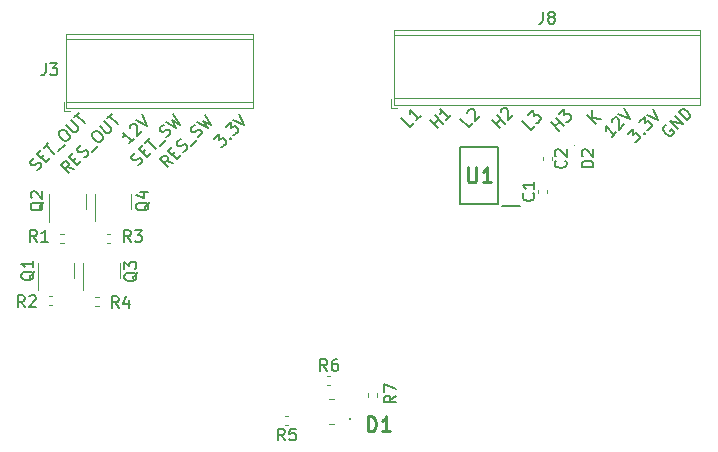
<source format=gbr>
%TF.GenerationSoftware,KiCad,Pcbnew,(6.0.11)*%
%TF.CreationDate,2023-04-23T10:13:21-07:00*%
%TF.ProjectId,Ocelothat,4f63656c-6f74-4686-9174-2e6b69636164,rev?*%
%TF.SameCoordinates,Original*%
%TF.FileFunction,Legend,Top*%
%TF.FilePolarity,Positive*%
%FSLAX46Y46*%
G04 Gerber Fmt 4.6, Leading zero omitted, Abs format (unit mm)*
G04 Created by KiCad (PCBNEW (6.0.11)) date 2023-04-23 10:13:21*
%MOMM*%
%LPD*%
G01*
G04 APERTURE LIST*
%ADD10C,0.150000*%
%ADD11C,0.254000*%
%ADD12C,0.100000*%
%ADD13C,0.120000*%
%ADD14C,0.200000*%
G04 APERTURE END LIST*
D10*
X176821133Y-83898629D02*
X176114026Y-83191522D01*
X176450744Y-83528240D02*
X176854805Y-83124179D01*
X177225194Y-83494568D02*
X176518087Y-82787461D01*
X176787461Y-82518087D02*
X177225194Y-82080355D01*
X177258866Y-82585431D01*
X177359881Y-82484416D01*
X177460896Y-82450744D01*
X177528240Y-82450744D01*
X177629255Y-82484416D01*
X177797614Y-82652774D01*
X177831286Y-82753790D01*
X177831286Y-82821133D01*
X177797614Y-82922148D01*
X177595583Y-83124179D01*
X177494568Y-83157851D01*
X177427225Y-83157851D01*
X171821133Y-83698629D02*
X171114026Y-82991522D01*
X171450744Y-83328240D02*
X171854805Y-82924179D01*
X172225194Y-83294568D02*
X171518087Y-82587461D01*
X171888477Y-82351759D02*
X171888477Y-82284416D01*
X171922148Y-82183400D01*
X172090507Y-82015042D01*
X172191522Y-81981370D01*
X172258866Y-81981370D01*
X172359881Y-82015042D01*
X172427225Y-82082385D01*
X172494568Y-82217072D01*
X172494568Y-83025194D01*
X172932301Y-82587461D01*
X182608950Y-84196599D02*
X183046683Y-83758866D01*
X183080355Y-84263942D01*
X183181370Y-84162927D01*
X183282385Y-84129255D01*
X183349729Y-84129255D01*
X183450744Y-84162927D01*
X183619103Y-84331286D01*
X183652774Y-84432301D01*
X183652774Y-84499644D01*
X183619103Y-84600660D01*
X183417072Y-84802690D01*
X183316057Y-84836362D01*
X183248713Y-84836362D01*
X183989492Y-84095583D02*
X184056835Y-84095583D01*
X184056835Y-84162927D01*
X183989492Y-84162927D01*
X183989492Y-84095583D01*
X184056835Y-84162927D01*
X183619103Y-83186446D02*
X184056835Y-82748713D01*
X184090507Y-83253790D01*
X184191522Y-83152774D01*
X184292538Y-83119103D01*
X184359881Y-83119103D01*
X184460896Y-83152774D01*
X184629255Y-83321133D01*
X184662927Y-83422148D01*
X184662927Y-83489492D01*
X184629255Y-83590507D01*
X184427225Y-83792538D01*
X184326209Y-83826209D01*
X184258866Y-83826209D01*
X184258866Y-82546683D02*
X185201675Y-83018087D01*
X184730270Y-82075278D01*
X140822148Y-84572614D02*
X140418087Y-84976675D01*
X140620118Y-84774644D02*
X139913011Y-84067538D01*
X139946683Y-84235896D01*
X139946683Y-84370583D01*
X139913011Y-84471599D01*
X140451759Y-83663477D02*
X140451759Y-83596133D01*
X140485431Y-83495118D01*
X140653790Y-83326759D01*
X140754805Y-83293087D01*
X140822148Y-83293087D01*
X140923164Y-83326759D01*
X140990507Y-83394103D01*
X141057851Y-83528790D01*
X141057851Y-84336912D01*
X141495583Y-83899179D01*
X140990507Y-82990042D02*
X141933316Y-83461446D01*
X141461912Y-82518637D01*
X147583950Y-84621599D02*
X148021683Y-84183866D01*
X148055355Y-84688942D01*
X148156370Y-84587927D01*
X148257385Y-84554255D01*
X148324729Y-84554255D01*
X148425744Y-84587927D01*
X148594103Y-84756286D01*
X148627774Y-84857301D01*
X148627774Y-84924644D01*
X148594103Y-85025660D01*
X148392072Y-85227690D01*
X148291057Y-85261362D01*
X148223713Y-85261362D01*
X148964492Y-84520583D02*
X149031835Y-84520583D01*
X149031835Y-84587927D01*
X148964492Y-84587927D01*
X148964492Y-84520583D01*
X149031835Y-84587927D01*
X148594103Y-83611446D02*
X149031835Y-83173713D01*
X149065507Y-83678790D01*
X149166522Y-83577774D01*
X149267538Y-83544103D01*
X149334881Y-83544103D01*
X149435896Y-83577774D01*
X149604255Y-83746133D01*
X149637927Y-83847148D01*
X149637927Y-83914492D01*
X149604255Y-84015507D01*
X149402225Y-84217538D01*
X149301209Y-84251209D01*
X149233866Y-84251209D01*
X149233866Y-82971683D02*
X150176675Y-83443087D01*
X149705270Y-82500278D01*
X185897698Y-83425194D02*
X185796683Y-83458866D01*
X185695668Y-83559881D01*
X185628324Y-83694568D01*
X185628324Y-83829255D01*
X185661996Y-83930270D01*
X185763011Y-84098629D01*
X185864026Y-84199644D01*
X186032385Y-84300660D01*
X186133400Y-84334331D01*
X186268087Y-84334331D01*
X186402774Y-84266988D01*
X186470118Y-84199644D01*
X186537461Y-84064957D01*
X186537461Y-83997614D01*
X186301759Y-83761912D01*
X186167072Y-83896599D01*
X186907851Y-83761912D02*
X186200744Y-83054805D01*
X187311912Y-83357851D01*
X186604805Y-82650744D01*
X187648629Y-83021133D02*
X186941522Y-82314026D01*
X187109881Y-82145668D01*
X187244568Y-82078324D01*
X187379255Y-82078324D01*
X187480270Y-82111996D01*
X187648629Y-82213011D01*
X187749644Y-82314026D01*
X187850660Y-82482385D01*
X187884331Y-82583400D01*
X187884331Y-82718087D01*
X187816988Y-82852774D01*
X187648629Y-83021133D01*
X144136996Y-86607766D02*
X143564576Y-86506751D01*
X143732935Y-87011827D02*
X143025828Y-86304721D01*
X143295202Y-86035347D01*
X143396217Y-86001675D01*
X143463561Y-86001675D01*
X143564576Y-86035347D01*
X143665591Y-86136362D01*
X143699263Y-86237377D01*
X143699263Y-86304721D01*
X143665591Y-86405736D01*
X143396217Y-86675110D01*
X144069652Y-85934331D02*
X144305355Y-85698629D01*
X144776759Y-85968003D02*
X144440042Y-86304721D01*
X143732935Y-85597614D01*
X144069652Y-85260896D01*
X145012461Y-85664957D02*
X145147148Y-85597614D01*
X145315507Y-85429255D01*
X145349179Y-85328240D01*
X145349179Y-85260896D01*
X145315507Y-85159881D01*
X145248164Y-85092538D01*
X145147148Y-85058866D01*
X145079805Y-85058866D01*
X144978790Y-85092538D01*
X144810431Y-85193553D01*
X144709416Y-85227225D01*
X144642072Y-85227225D01*
X144541057Y-85193553D01*
X144473713Y-85126209D01*
X144440042Y-85025194D01*
X144440042Y-84957851D01*
X144473713Y-84856835D01*
X144642072Y-84688477D01*
X144776759Y-84621133D01*
X145652225Y-85227225D02*
X146190973Y-84688477D01*
X146224644Y-84452774D02*
X146359331Y-84385431D01*
X146527690Y-84217072D01*
X146561362Y-84116057D01*
X146561362Y-84048713D01*
X146527690Y-83947698D01*
X146460347Y-83880355D01*
X146359331Y-83846683D01*
X146291988Y-83846683D01*
X146190973Y-83880355D01*
X146022614Y-83981370D01*
X145921599Y-84015042D01*
X145854255Y-84015042D01*
X145753240Y-83981370D01*
X145685896Y-83914026D01*
X145652225Y-83813011D01*
X145652225Y-83745668D01*
X145685896Y-83644652D01*
X145854255Y-83476294D01*
X145988942Y-83408950D01*
X146190973Y-83139576D02*
X147066438Y-83678324D01*
X146696049Y-83038561D01*
X147335812Y-83408950D01*
X146797064Y-82533485D01*
X164492030Y-83227732D02*
X164155312Y-83564450D01*
X163448206Y-82857343D01*
X165098122Y-82621641D02*
X164694061Y-83025702D01*
X164896091Y-82823671D02*
X164188984Y-82116564D01*
X164222656Y-82284923D01*
X164222656Y-82419610D01*
X164188984Y-82520625D01*
X174742030Y-83477732D02*
X174405312Y-83814450D01*
X173698206Y-83107343D01*
X174203282Y-82602267D02*
X174641015Y-82164534D01*
X174674687Y-82669610D01*
X174775702Y-82568595D01*
X174876717Y-82534923D01*
X174944061Y-82534923D01*
X175045076Y-82568595D01*
X175213435Y-82736954D01*
X175247106Y-82837969D01*
X175247106Y-82905312D01*
X175213435Y-83006328D01*
X175011404Y-83208358D01*
X174910389Y-83242030D01*
X174843045Y-83242030D01*
X181672148Y-84047614D02*
X181268087Y-84451675D01*
X181470118Y-84249644D02*
X180763011Y-83542538D01*
X180796683Y-83710896D01*
X180796683Y-83845583D01*
X180763011Y-83946599D01*
X181301759Y-83138477D02*
X181301759Y-83071133D01*
X181335431Y-82970118D01*
X181503790Y-82801759D01*
X181604805Y-82768087D01*
X181672148Y-82768087D01*
X181773164Y-82801759D01*
X181840507Y-82869103D01*
X181907851Y-83003790D01*
X181907851Y-83811912D01*
X182345583Y-83374179D01*
X181840507Y-82465042D02*
X182783316Y-82936446D01*
X182311912Y-81993637D01*
X169492030Y-83277732D02*
X169155312Y-83614450D01*
X168448206Y-82907343D01*
X169054297Y-82435938D02*
X169054297Y-82368595D01*
X169087969Y-82267580D01*
X169256328Y-82099221D01*
X169357343Y-82065549D01*
X169424687Y-82065549D01*
X169525702Y-82099221D01*
X169593045Y-82166564D01*
X169660389Y-82301251D01*
X169660389Y-83109374D01*
X170098122Y-82671641D01*
X141174771Y-86827648D02*
X141309458Y-86760305D01*
X141477816Y-86591946D01*
X141511488Y-86490931D01*
X141511488Y-86423587D01*
X141477816Y-86322572D01*
X141410473Y-86255228D01*
X141309458Y-86221557D01*
X141242114Y-86221557D01*
X141141099Y-86255228D01*
X140972740Y-86356244D01*
X140871725Y-86389915D01*
X140804381Y-86389915D01*
X140703366Y-86356244D01*
X140636023Y-86288900D01*
X140602351Y-86187885D01*
X140602351Y-86120541D01*
X140636023Y-86019526D01*
X140804381Y-85851167D01*
X140939068Y-85783824D01*
X141545160Y-85783824D02*
X141780862Y-85548122D01*
X142252267Y-85817496D02*
X141915549Y-86154213D01*
X141208442Y-85447106D01*
X141545160Y-85110389D01*
X141747190Y-84908358D02*
X142151251Y-84504297D01*
X142656328Y-85413435D02*
X141949221Y-84706328D01*
X142993045Y-85211404D02*
X143531793Y-84672656D01*
X143565465Y-84436954D02*
X143700152Y-84369610D01*
X143868511Y-84201251D01*
X143902183Y-84100236D01*
X143902183Y-84032893D01*
X143868511Y-83931877D01*
X143801167Y-83864534D01*
X143700152Y-83830862D01*
X143632809Y-83830862D01*
X143531793Y-83864534D01*
X143363435Y-83965549D01*
X143262419Y-83999221D01*
X143195076Y-83999221D01*
X143094061Y-83965549D01*
X143026717Y-83898206D01*
X142993045Y-83797190D01*
X142993045Y-83729847D01*
X143026717Y-83628832D01*
X143195076Y-83460473D01*
X143329763Y-83393129D01*
X143531793Y-83123755D02*
X144407259Y-83662503D01*
X144036870Y-83022740D01*
X144676633Y-83393129D01*
X144137885Y-82517664D01*
X132605397Y-87247022D02*
X132740084Y-87179679D01*
X132908442Y-87011320D01*
X132942114Y-86910305D01*
X132942114Y-86842961D01*
X132908442Y-86741946D01*
X132841099Y-86674602D01*
X132740084Y-86640931D01*
X132672740Y-86640931D01*
X132571725Y-86674602D01*
X132403366Y-86775618D01*
X132302351Y-86809289D01*
X132235007Y-86809289D01*
X132133992Y-86775618D01*
X132066649Y-86708274D01*
X132032977Y-86607259D01*
X132032977Y-86539915D01*
X132066649Y-86438900D01*
X132235007Y-86270541D01*
X132369694Y-86203198D01*
X132975786Y-86203198D02*
X133211488Y-85967496D01*
X133682893Y-86236870D02*
X133346175Y-86573587D01*
X132639068Y-85866480D01*
X132975786Y-85529763D01*
X133177816Y-85327732D02*
X133581877Y-84923671D01*
X134086954Y-85832809D02*
X133379847Y-85125702D01*
X134423671Y-85630778D02*
X134962419Y-85092030D01*
X134491015Y-84014534D02*
X134625702Y-83879847D01*
X134726717Y-83846175D01*
X134861404Y-83846175D01*
X135029763Y-83947190D01*
X135265465Y-84182893D01*
X135366480Y-84351251D01*
X135366480Y-84485938D01*
X135332809Y-84586954D01*
X135198122Y-84721641D01*
X135097106Y-84755312D01*
X134962419Y-84755312D01*
X134794061Y-84654297D01*
X134558358Y-84418595D01*
X134457343Y-84250236D01*
X134457343Y-84115549D01*
X134491015Y-84014534D01*
X135097106Y-83408442D02*
X135669526Y-83980862D01*
X135770541Y-84014534D01*
X135837885Y-84014534D01*
X135938900Y-83980862D01*
X136073587Y-83846175D01*
X136107259Y-83745160D01*
X136107259Y-83677816D01*
X136073587Y-83576801D01*
X135501167Y-83004381D01*
X135736870Y-82768679D02*
X136140931Y-82364618D01*
X136646007Y-83273755D02*
X135938900Y-82566649D01*
X135717622Y-87102140D02*
X135145202Y-87001125D01*
X135313561Y-87506201D02*
X134606454Y-86799095D01*
X134875828Y-86529721D01*
X134976843Y-86496049D01*
X135044187Y-86496049D01*
X135145202Y-86529721D01*
X135246217Y-86630736D01*
X135279889Y-86731751D01*
X135279889Y-86799095D01*
X135246217Y-86900110D01*
X134976843Y-87169484D01*
X135650278Y-86428705D02*
X135885981Y-86193003D01*
X136357385Y-86462377D02*
X136020668Y-86799095D01*
X135313561Y-86091988D01*
X135650278Y-85755270D01*
X136593087Y-86159331D02*
X136727774Y-86091988D01*
X136896133Y-85923629D01*
X136929805Y-85822614D01*
X136929805Y-85755270D01*
X136896133Y-85654255D01*
X136828790Y-85586912D01*
X136727774Y-85553240D01*
X136660431Y-85553240D01*
X136559416Y-85586912D01*
X136391057Y-85687927D01*
X136290042Y-85721599D01*
X136222698Y-85721599D01*
X136121683Y-85687927D01*
X136054339Y-85620583D01*
X136020668Y-85519568D01*
X136020668Y-85452225D01*
X136054339Y-85351209D01*
X136222698Y-85182851D01*
X136357385Y-85115507D01*
X137232851Y-85721599D02*
X137771599Y-85182851D01*
X137300194Y-84105355D02*
X137434881Y-83970668D01*
X137535896Y-83936996D01*
X137670583Y-83936996D01*
X137838942Y-84038011D01*
X138074644Y-84273713D01*
X138175660Y-84442072D01*
X138175660Y-84576759D01*
X138141988Y-84677774D01*
X138007301Y-84812461D01*
X137906286Y-84846133D01*
X137771599Y-84846133D01*
X137603240Y-84745118D01*
X137367538Y-84509416D01*
X137266522Y-84341057D01*
X137266522Y-84206370D01*
X137300194Y-84105355D01*
X137906286Y-83499263D02*
X138478705Y-84071683D01*
X138579721Y-84105355D01*
X138647064Y-84105355D01*
X138748079Y-84071683D01*
X138882766Y-83936996D01*
X138916438Y-83835981D01*
X138916438Y-83768637D01*
X138882766Y-83667622D01*
X138310347Y-83095202D01*
X138546049Y-82859500D02*
X138950110Y-82455439D01*
X139455186Y-83364576D02*
X138748079Y-82657469D01*
X179924687Y-83295076D02*
X179217580Y-82587969D01*
X180328748Y-82891015D02*
X179621641Y-82790000D01*
X179621641Y-82183908D02*
X179621641Y-82992030D01*
X166571133Y-83698629D02*
X165864026Y-82991522D01*
X166200744Y-83328240D02*
X166604805Y-82924179D01*
X166975194Y-83294568D02*
X166268087Y-82587461D01*
X167682301Y-82587461D02*
X167278240Y-82991522D01*
X167480270Y-82789492D02*
X166773164Y-82082385D01*
X166806835Y-82250744D01*
X166806835Y-82385431D01*
X166773164Y-82486446D01*
D11*
%TO.C,D1*%
X160602619Y-109364523D02*
X160602619Y-108094523D01*
X160905000Y-108094523D01*
X161086428Y-108155000D01*
X161207380Y-108275952D01*
X161267857Y-108396904D01*
X161328333Y-108638809D01*
X161328333Y-108820238D01*
X161267857Y-109062142D01*
X161207380Y-109183095D01*
X161086428Y-109304047D01*
X160905000Y-109364523D01*
X160602619Y-109364523D01*
X162537857Y-109364523D02*
X161812142Y-109364523D01*
X162175000Y-109364523D02*
X162175000Y-108094523D01*
X162054047Y-108275952D01*
X161933095Y-108396904D01*
X161812142Y-108457380D01*
D10*
%TO.C,Q2*%
X133162619Y-89935238D02*
X133115000Y-90030476D01*
X133019761Y-90125714D01*
X132876904Y-90268571D01*
X132829285Y-90363809D01*
X132829285Y-90459047D01*
X133067380Y-90411428D02*
X133019761Y-90506666D01*
X132924523Y-90601904D01*
X132734047Y-90649523D01*
X132400714Y-90649523D01*
X132210238Y-90601904D01*
X132115000Y-90506666D01*
X132067380Y-90411428D01*
X132067380Y-90220952D01*
X132115000Y-90125714D01*
X132210238Y-90030476D01*
X132400714Y-89982857D01*
X132734047Y-89982857D01*
X132924523Y-90030476D01*
X133019761Y-90125714D01*
X133067380Y-90220952D01*
X133067380Y-90411428D01*
X132162619Y-89601904D02*
X132115000Y-89554285D01*
X132067380Y-89459047D01*
X132067380Y-89220952D01*
X132115000Y-89125714D01*
X132162619Y-89078095D01*
X132257857Y-89030476D01*
X132353095Y-89030476D01*
X132495952Y-89078095D01*
X133067380Y-89649523D01*
X133067380Y-89030476D01*
%TO.C,Q3*%
X141112619Y-95885238D02*
X141065000Y-95980476D01*
X140969761Y-96075714D01*
X140826904Y-96218571D01*
X140779285Y-96313809D01*
X140779285Y-96409047D01*
X141017380Y-96361428D02*
X140969761Y-96456666D01*
X140874523Y-96551904D01*
X140684047Y-96599523D01*
X140350714Y-96599523D01*
X140160238Y-96551904D01*
X140065000Y-96456666D01*
X140017380Y-96361428D01*
X140017380Y-96170952D01*
X140065000Y-96075714D01*
X140160238Y-95980476D01*
X140350714Y-95932857D01*
X140684047Y-95932857D01*
X140874523Y-95980476D01*
X140969761Y-96075714D01*
X141017380Y-96170952D01*
X141017380Y-96361428D01*
X140017380Y-95599523D02*
X140017380Y-94980476D01*
X140398333Y-95313809D01*
X140398333Y-95170952D01*
X140445952Y-95075714D01*
X140493571Y-95028095D01*
X140588809Y-94980476D01*
X140826904Y-94980476D01*
X140922142Y-95028095D01*
X140969761Y-95075714D01*
X141017380Y-95170952D01*
X141017380Y-95456666D01*
X140969761Y-95551904D01*
X140922142Y-95599523D01*
%TO.C,R1*%
X132598333Y-93317380D02*
X132265000Y-92841190D01*
X132026904Y-93317380D02*
X132026904Y-92317380D01*
X132407857Y-92317380D01*
X132503095Y-92365000D01*
X132550714Y-92412619D01*
X132598333Y-92507857D01*
X132598333Y-92650714D01*
X132550714Y-92745952D01*
X132503095Y-92793571D01*
X132407857Y-92841190D01*
X132026904Y-92841190D01*
X133550714Y-93317380D02*
X132979285Y-93317380D01*
X133265000Y-93317380D02*
X133265000Y-92317380D01*
X133169761Y-92460238D01*
X133074523Y-92555476D01*
X132979285Y-92603095D01*
D11*
%TO.C,U1*%
X169072380Y-86994523D02*
X169072380Y-88022619D01*
X169132857Y-88143571D01*
X169193333Y-88204047D01*
X169314285Y-88264523D01*
X169556190Y-88264523D01*
X169677142Y-88204047D01*
X169737619Y-88143571D01*
X169798095Y-88022619D01*
X169798095Y-86994523D01*
X171068095Y-88264523D02*
X170342380Y-88264523D01*
X170705238Y-88264523D02*
X170705238Y-86994523D01*
X170584285Y-87175952D01*
X170463333Y-87296904D01*
X170342380Y-87357380D01*
D10*
%TO.C,D2*%
X179712380Y-87003095D02*
X178712380Y-87003095D01*
X178712380Y-86765000D01*
X178760000Y-86622142D01*
X178855238Y-86526904D01*
X178950476Y-86479285D01*
X179140952Y-86431666D01*
X179283809Y-86431666D01*
X179474285Y-86479285D01*
X179569523Y-86526904D01*
X179664761Y-86622142D01*
X179712380Y-86765000D01*
X179712380Y-87003095D01*
X178807619Y-86050714D02*
X178760000Y-86003095D01*
X178712380Y-85907857D01*
X178712380Y-85669761D01*
X178760000Y-85574523D01*
X178807619Y-85526904D01*
X178902857Y-85479285D01*
X178998095Y-85479285D01*
X179140952Y-85526904D01*
X179712380Y-86098333D01*
X179712380Y-85479285D01*
%TO.C,R5*%
X153598333Y-110117380D02*
X153265000Y-109641190D01*
X153026904Y-110117380D02*
X153026904Y-109117380D01*
X153407857Y-109117380D01*
X153503095Y-109165000D01*
X153550714Y-109212619D01*
X153598333Y-109307857D01*
X153598333Y-109450714D01*
X153550714Y-109545952D01*
X153503095Y-109593571D01*
X153407857Y-109641190D01*
X153026904Y-109641190D01*
X154503095Y-109117380D02*
X154026904Y-109117380D01*
X153979285Y-109593571D01*
X154026904Y-109545952D01*
X154122142Y-109498333D01*
X154360238Y-109498333D01*
X154455476Y-109545952D01*
X154503095Y-109593571D01*
X154550714Y-109688809D01*
X154550714Y-109926904D01*
X154503095Y-110022142D01*
X154455476Y-110069761D01*
X154360238Y-110117380D01*
X154122142Y-110117380D01*
X154026904Y-110069761D01*
X153979285Y-110022142D01*
%TO.C,R7*%
X162992380Y-106331666D02*
X162516190Y-106665000D01*
X162992380Y-106903095D02*
X161992380Y-106903095D01*
X161992380Y-106522142D01*
X162040000Y-106426904D01*
X162087619Y-106379285D01*
X162182857Y-106331666D01*
X162325714Y-106331666D01*
X162420952Y-106379285D01*
X162468571Y-106426904D01*
X162516190Y-106522142D01*
X162516190Y-106903095D01*
X161992380Y-105998333D02*
X161992380Y-105331666D01*
X162992380Y-105760238D01*
%TO.C,J3*%
X133331666Y-78192380D02*
X133331666Y-78906666D01*
X133284047Y-79049523D01*
X133188809Y-79144761D01*
X133045952Y-79192380D01*
X132950714Y-79192380D01*
X133712619Y-78192380D02*
X134331666Y-78192380D01*
X133998333Y-78573333D01*
X134141190Y-78573333D01*
X134236428Y-78620952D01*
X134284047Y-78668571D01*
X134331666Y-78763809D01*
X134331666Y-79001904D01*
X134284047Y-79097142D01*
X134236428Y-79144761D01*
X134141190Y-79192380D01*
X133855476Y-79192380D01*
X133760238Y-79144761D01*
X133712619Y-79097142D01*
%TO.C,Q4*%
X142112619Y-89935238D02*
X142065000Y-90030476D01*
X141969761Y-90125714D01*
X141826904Y-90268571D01*
X141779285Y-90363809D01*
X141779285Y-90459047D01*
X142017380Y-90411428D02*
X141969761Y-90506666D01*
X141874523Y-90601904D01*
X141684047Y-90649523D01*
X141350714Y-90649523D01*
X141160238Y-90601904D01*
X141065000Y-90506666D01*
X141017380Y-90411428D01*
X141017380Y-90220952D01*
X141065000Y-90125714D01*
X141160238Y-90030476D01*
X141350714Y-89982857D01*
X141684047Y-89982857D01*
X141874523Y-90030476D01*
X141969761Y-90125714D01*
X142017380Y-90220952D01*
X142017380Y-90411428D01*
X141350714Y-89125714D02*
X142017380Y-89125714D01*
X140969761Y-89363809D02*
X141684047Y-89601904D01*
X141684047Y-88982857D01*
%TO.C,C2*%
X177357142Y-86431666D02*
X177404761Y-86479285D01*
X177452380Y-86622142D01*
X177452380Y-86717380D01*
X177404761Y-86860238D01*
X177309523Y-86955476D01*
X177214285Y-87003095D01*
X177023809Y-87050714D01*
X176880952Y-87050714D01*
X176690476Y-87003095D01*
X176595238Y-86955476D01*
X176500000Y-86860238D01*
X176452380Y-86717380D01*
X176452380Y-86622142D01*
X176500000Y-86479285D01*
X176547619Y-86431666D01*
X176547619Y-86050714D02*
X176500000Y-86003095D01*
X176452380Y-85907857D01*
X176452380Y-85669761D01*
X176500000Y-85574523D01*
X176547619Y-85526904D01*
X176642857Y-85479285D01*
X176738095Y-85479285D01*
X176880952Y-85526904D01*
X177452380Y-86098333D01*
X177452380Y-85479285D01*
%TO.C,C1*%
X174622070Y-89206666D02*
X174669689Y-89254285D01*
X174717308Y-89397142D01*
X174717308Y-89492380D01*
X174669689Y-89635238D01*
X174574451Y-89730476D01*
X174479213Y-89778095D01*
X174288737Y-89825714D01*
X174145880Y-89825714D01*
X173955404Y-89778095D01*
X173860166Y-89730476D01*
X173764928Y-89635238D01*
X173717308Y-89492380D01*
X173717308Y-89397142D01*
X173764928Y-89254285D01*
X173812547Y-89206666D01*
X174717308Y-88254285D02*
X174717308Y-88825714D01*
X174717308Y-88540000D02*
X173717308Y-88540000D01*
X173860166Y-88635238D01*
X173955404Y-88730476D01*
X174003023Y-88825714D01*
%TO.C,R2*%
X131573333Y-98842380D02*
X131240000Y-98366190D01*
X131001904Y-98842380D02*
X131001904Y-97842380D01*
X131382857Y-97842380D01*
X131478095Y-97890000D01*
X131525714Y-97937619D01*
X131573333Y-98032857D01*
X131573333Y-98175714D01*
X131525714Y-98270952D01*
X131478095Y-98318571D01*
X131382857Y-98366190D01*
X131001904Y-98366190D01*
X131954285Y-97937619D02*
X132001904Y-97890000D01*
X132097142Y-97842380D01*
X132335238Y-97842380D01*
X132430476Y-97890000D01*
X132478095Y-97937619D01*
X132525714Y-98032857D01*
X132525714Y-98128095D01*
X132478095Y-98270952D01*
X131906666Y-98842380D01*
X132525714Y-98842380D01*
%TO.C,J8*%
X175456666Y-73832380D02*
X175456666Y-74546666D01*
X175409047Y-74689523D01*
X175313809Y-74784761D01*
X175170952Y-74832380D01*
X175075714Y-74832380D01*
X176075714Y-74260952D02*
X175980476Y-74213333D01*
X175932857Y-74165714D01*
X175885238Y-74070476D01*
X175885238Y-74022857D01*
X175932857Y-73927619D01*
X175980476Y-73880000D01*
X176075714Y-73832380D01*
X176266190Y-73832380D01*
X176361428Y-73880000D01*
X176409047Y-73927619D01*
X176456666Y-74022857D01*
X176456666Y-74070476D01*
X176409047Y-74165714D01*
X176361428Y-74213333D01*
X176266190Y-74260952D01*
X176075714Y-74260952D01*
X175980476Y-74308571D01*
X175932857Y-74356190D01*
X175885238Y-74451428D01*
X175885238Y-74641904D01*
X175932857Y-74737142D01*
X175980476Y-74784761D01*
X176075714Y-74832380D01*
X176266190Y-74832380D01*
X176361428Y-74784761D01*
X176409047Y-74737142D01*
X176456666Y-74641904D01*
X176456666Y-74451428D01*
X176409047Y-74356190D01*
X176361428Y-74308571D01*
X176266190Y-74260952D01*
%TO.C,R4*%
X139523333Y-98917380D02*
X139190000Y-98441190D01*
X138951904Y-98917380D02*
X138951904Y-97917380D01*
X139332857Y-97917380D01*
X139428095Y-97965000D01*
X139475714Y-98012619D01*
X139523333Y-98107857D01*
X139523333Y-98250714D01*
X139475714Y-98345952D01*
X139428095Y-98393571D01*
X139332857Y-98441190D01*
X138951904Y-98441190D01*
X140380476Y-98250714D02*
X140380476Y-98917380D01*
X140142380Y-97869761D02*
X139904285Y-98584047D01*
X140523333Y-98584047D01*
%TO.C,Q1*%
X132387619Y-95810238D02*
X132340000Y-95905476D01*
X132244761Y-96000714D01*
X132101904Y-96143571D01*
X132054285Y-96238809D01*
X132054285Y-96334047D01*
X132292380Y-96286428D02*
X132244761Y-96381666D01*
X132149523Y-96476904D01*
X131959047Y-96524523D01*
X131625714Y-96524523D01*
X131435238Y-96476904D01*
X131340000Y-96381666D01*
X131292380Y-96286428D01*
X131292380Y-96095952D01*
X131340000Y-96000714D01*
X131435238Y-95905476D01*
X131625714Y-95857857D01*
X131959047Y-95857857D01*
X132149523Y-95905476D01*
X132244761Y-96000714D01*
X132292380Y-96095952D01*
X132292380Y-96286428D01*
X132292380Y-94905476D02*
X132292380Y-95476904D01*
X132292380Y-95191190D02*
X131292380Y-95191190D01*
X131435238Y-95286428D01*
X131530476Y-95381666D01*
X131578095Y-95476904D01*
%TO.C,R3*%
X140548333Y-93317380D02*
X140215000Y-92841190D01*
X139976904Y-93317380D02*
X139976904Y-92317380D01*
X140357857Y-92317380D01*
X140453095Y-92365000D01*
X140500714Y-92412619D01*
X140548333Y-92507857D01*
X140548333Y-92650714D01*
X140500714Y-92745952D01*
X140453095Y-92793571D01*
X140357857Y-92841190D01*
X139976904Y-92841190D01*
X140881666Y-92317380D02*
X141500714Y-92317380D01*
X141167380Y-92698333D01*
X141310238Y-92698333D01*
X141405476Y-92745952D01*
X141453095Y-92793571D01*
X141500714Y-92888809D01*
X141500714Y-93126904D01*
X141453095Y-93222142D01*
X141405476Y-93269761D01*
X141310238Y-93317380D01*
X141024523Y-93317380D01*
X140929285Y-93269761D01*
X140881666Y-93222142D01*
%TO.C,R6*%
X157173333Y-104242380D02*
X156840000Y-103766190D01*
X156601904Y-104242380D02*
X156601904Y-103242380D01*
X156982857Y-103242380D01*
X157078095Y-103290000D01*
X157125714Y-103337619D01*
X157173333Y-103432857D01*
X157173333Y-103575714D01*
X157125714Y-103670952D01*
X157078095Y-103718571D01*
X156982857Y-103766190D01*
X156601904Y-103766190D01*
X158030476Y-103242380D02*
X157840000Y-103242380D01*
X157744761Y-103290000D01*
X157697142Y-103337619D01*
X157601904Y-103480476D01*
X157554285Y-103670952D01*
X157554285Y-104051904D01*
X157601904Y-104147142D01*
X157649523Y-104194761D01*
X157744761Y-104242380D01*
X157935238Y-104242380D01*
X158030476Y-104194761D01*
X158078095Y-104147142D01*
X158125714Y-104051904D01*
X158125714Y-103813809D01*
X158078095Y-103718571D01*
X158030476Y-103670952D01*
X157935238Y-103623333D01*
X157744761Y-103623333D01*
X157649523Y-103670952D01*
X157601904Y-103718571D01*
X157554285Y-103813809D01*
D12*
%TO.C,D1*%
X159040000Y-108290000D02*
X159040000Y-108290000D01*
X157340000Y-106640000D02*
X157740000Y-106640000D01*
X159140000Y-108290000D02*
X159140000Y-108290000D01*
X157340000Y-108740000D02*
X157740000Y-108740000D01*
X159040000Y-108290000D02*
G75*
G03*
X159140000Y-108290000I50000J0D01*
G01*
X159140000Y-108290000D02*
G75*
G03*
X159040000Y-108290000I-50000J0D01*
G01*
D13*
%TO.C,Q2*%
X133655000Y-89915000D02*
X133655000Y-89265000D01*
X136775000Y-89915000D02*
X136775000Y-89265000D01*
X136775000Y-89915000D02*
X136775000Y-90565000D01*
X133655000Y-89915000D02*
X133655000Y-91590000D01*
%TO.C,Q3*%
X139650000Y-95740000D02*
X139650000Y-95090000D01*
X136530000Y-95740000D02*
X136530000Y-95090000D01*
X139650000Y-95740000D02*
X139650000Y-96390000D01*
X136530000Y-95740000D02*
X136530000Y-97415000D01*
%TO.C,R1*%
X134868641Y-93370000D02*
X134561359Y-93370000D01*
X134868641Y-92610000D02*
X134561359Y-92610000D01*
D14*
%TO.C,U1*%
X168440000Y-85240000D02*
X171640000Y-85240000D01*
X171640000Y-90140000D02*
X168440000Y-90140000D01*
X168440000Y-90140000D02*
X168440000Y-85240000D01*
X173540000Y-90270000D02*
X171990000Y-90270000D01*
X171640000Y-85240000D02*
X171640000Y-90140000D01*
D12*
%TO.C,D2*%
X178140000Y-85175000D02*
G75*
G03*
X178140000Y-85175000I-50000J0D01*
G01*
D13*
%TO.C,R5*%
X153883641Y-108085000D02*
X153576359Y-108085000D01*
X153883641Y-108845000D02*
X153576359Y-108845000D01*
%TO.C,R7*%
X161420000Y-106443641D02*
X161420000Y-106136359D01*
X160660000Y-106443641D02*
X160660000Y-106136359D01*
%TO.C,J3*%
X134865000Y-82240000D02*
X135365000Y-82240000D01*
X135105000Y-76140000D02*
X150925000Y-76140000D01*
X135105000Y-82000000D02*
X150925000Y-82000000D01*
X135105000Y-75680000D02*
X135105000Y-82000000D01*
X135105000Y-81440000D02*
X150925000Y-81440000D01*
X135105000Y-75680000D02*
X150925000Y-75680000D01*
X150925000Y-75680000D02*
X150925000Y-82000000D01*
X134865000Y-81500000D02*
X134865000Y-82240000D01*
%TO.C,Q4*%
X140600000Y-89890000D02*
X140600000Y-90540000D01*
X137480000Y-89890000D02*
X137480000Y-91565000D01*
X140600000Y-89890000D02*
X140600000Y-89240000D01*
X137480000Y-89890000D02*
X137480000Y-89240000D01*
%TO.C,C2*%
X175480000Y-86157164D02*
X175480000Y-86372836D01*
X176200000Y-86157164D02*
X176200000Y-86372836D01*
%TO.C,C1*%
X175064928Y-89147836D02*
X175064928Y-88932164D01*
X175784928Y-89147836D02*
X175784928Y-88932164D01*
%TO.C,R2*%
X133611359Y-97935000D02*
X133918641Y-97935000D01*
X133611359Y-98695000D02*
X133918641Y-98695000D01*
%TO.C,J8*%
X188780000Y-75380000D02*
X188780000Y-81700000D01*
X162560000Y-81940000D02*
X163060000Y-81940000D01*
X162800000Y-81140000D02*
X188780000Y-81140000D01*
X162560000Y-81200000D02*
X162560000Y-81940000D01*
X162800000Y-75380000D02*
X188780000Y-75380000D01*
X162800000Y-75840000D02*
X188780000Y-75840000D01*
X162800000Y-75380000D02*
X162800000Y-81700000D01*
X162800000Y-81700000D02*
X188780000Y-81700000D01*
%TO.C,R4*%
X137536359Y-97960000D02*
X137843641Y-97960000D01*
X137536359Y-98720000D02*
X137843641Y-98720000D01*
%TO.C,Q1*%
X132655000Y-95715000D02*
X132655000Y-97390000D01*
X135775000Y-95715000D02*
X135775000Y-96365000D01*
X132655000Y-95715000D02*
X132655000Y-95065000D01*
X135775000Y-95715000D02*
X135775000Y-95065000D01*
%TO.C,R3*%
X138818641Y-92635000D02*
X138511359Y-92635000D01*
X138818641Y-93395000D02*
X138511359Y-93395000D01*
%TO.C,R6*%
X157136359Y-105420000D02*
X157443641Y-105420000D01*
X157136359Y-104660000D02*
X157443641Y-104660000D01*
%TD*%
M02*

</source>
